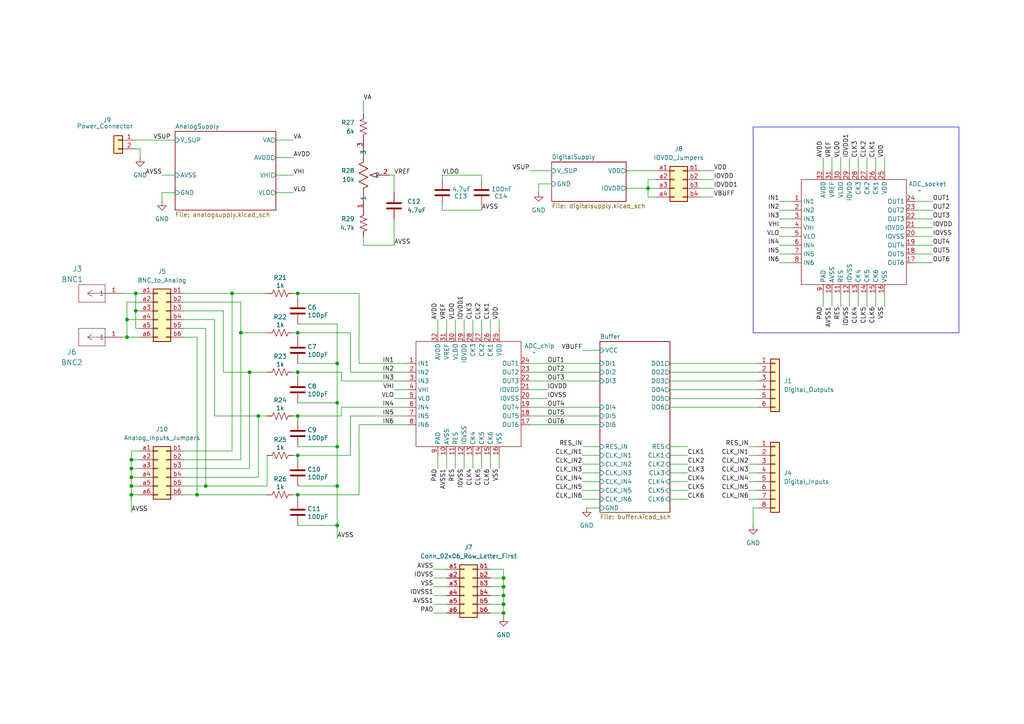
<source format=kicad_sch>
(kicad_sch (version 20231120) (generator "eeschema") (generator_version "8.0")
  (paper "A4")
  (lib_symbols
    (symbol "Connector_Generic:Conn_01x02" (pin_names (offset 1.016) hide)
      (property "Reference" "J" (at 0 2.54 0))
      (property "Value" "Conn_01x02" (at 0 -5.08 0))
      (symbol "Conn_01x02_1_1"
        (rectangle (start -1.27 -2.413) (end 0 -2.667) (stroke (width 0.1524)))
        (rectangle (start -1.27 0.127) (end 0 -0.127) (stroke (width 0.1524)))
        (rectangle (start -1.27 1.27) (end 1.27 -3.81) (stroke (width 0.254)) (fill (type background)))
        (pin passive line (at -5.08 0 0) (length 3.81) (name "Pin_1") (number "1"))
        (pin passive line (at -5.08 -2.54 0) (length 3.81) (name "Pin_2") (number "2"))
      )
    )
    (symbol "Connector_Generic:Conn_01x06" (pin_names (offset 1.016) hide)
      (property "Reference" "J" (at 0 7.62 0))
      (property "Value" "Conn_01x06" (at 0 -10.16 0))
      (symbol "Conn_01x06_1_1"
        (rectangle (start -1.27 -7.493) (end 0 -7.747) (stroke (width 0.1524)))
        (rectangle (start -1.27 -4.953) (end 0 -5.207) (stroke (width 0.1524)))
        (rectangle (start -1.27 -2.413) (end 0 -2.667) (stroke (width 0.1524)))
        (rectangle (start -1.27 0.127) (end 0 -0.127) (stroke (width 0.1524)))
        (rectangle (start -1.27 2.667) (end 0 2.413) (stroke (width 0.1524)))
        (rectangle (start -1.27 5.207) (end 0 4.953) (stroke (width 0.1524)))
        (rectangle (start -1.27 6.35) (end 1.27 -8.89) (stroke (width 0.254)) (fill (type background)))
        (pin passive line (at -5.08 5.08 0) (length 3.81) (name "Pin_1") (number "1"))
        (pin passive line (at -5.08 2.54 0) (length 3.81) (name "Pin_2") (number "2"))
        (pin passive line (at -5.08 0 0) (length 3.81) (name "Pin_3") (number "3"))
        (pin passive line (at -5.08 -2.54 0) (length 3.81) (name "Pin_4") (number "4"))
        (pin passive line (at -5.08 -5.08 0) (length 3.81) (name "Pin_5") (number "5"))
        (pin passive line (at -5.08 -7.62 0) (length 3.81) (name "Pin_6") (number "6"))
      )
    )
    (symbol "Connector_Generic:Conn_01x08" (pin_names (offset 1.016) hide)
      (property "Reference" "J" (at 0 10.16 0))
      (property "Value" "Conn_01x08" (at 0 -12.7 0))
      (symbol "Conn_01x08_1_1"
        (rectangle (start -1.27 -10.033) (end 0 -10.287) (stroke (width 0.1524)))
        (rectangle (start -1.27 -7.493) (end 0 -7.747) (stroke (width 0.1524)))
        (rectangle (start -1.27 -4.953) (end 0 -5.207) (stroke (width 0.1524)))
        (rectangle (start -1.27 -2.413) (end 0 -2.667) (stroke (width 0.1524)))
        (rectangle (start -1.27 0.127) (end 0 -0.127) (stroke (width 0.1524)))
        (rectangle (start -1.27 2.667) (end 0 2.413) (stroke (width 0.1524)))
        (rectangle (start -1.27 5.207) (end 0 4.953) (stroke (width 0.1524)))
        (rectangle (start -1.27 7.747) (end 0 7.493) (stroke (width 0.1524)))
        (rectangle (start -1.27 8.89) (end 1.27 -11.43) (stroke (width 0.254)) (fill (type background)))
        (pin passive line (at -5.08 7.62 0) (length 3.81) (name "Pin_1") (number "1"))
        (pin passive line (at -5.08 5.08 0) (length 3.81) (name "Pin_2") (number "2"))
        (pin passive line (at -5.08 2.54 0) (length 3.81) (name "Pin_3") (number "3"))
        (pin passive line (at -5.08 0 0) (length 3.81) (name "Pin_4") (number "4"))
        (pin passive line (at -5.08 -2.54 0) (length 3.81) (name "Pin_5") (number "5"))
        (pin passive line (at -5.08 -5.08 0) (length 3.81) (name "Pin_6") (number "6"))
        (pin passive line (at -5.08 -7.62 0) (length 3.81) (name "Pin_7") (number "7"))
        (pin passive line (at -5.08 -10.16 0) (length 3.81) (name "Pin_8") (number "8"))
      )
    )
    (symbol "Connector_Generic:Conn_02x04_Row_Letter_First" (pin_names (offset 1.016) hide)
      (property "Reference" "J" (at 1.27 5.08 0))
      (property "Value" "Conn_02x04_Row_Letter_First" (at 1.27 -7.62 0))
      (symbol "Conn_02x04_Row_Letter_First_1_1"
        (rectangle (start -1.27 -4.953) (end 0 -5.207) (stroke (width 0.1524)))
        (rectangle (start -1.27 -2.413) (end 0 -2.667) (stroke (width 0.1524)))
        (rectangle (start -1.27 0.127) (end 0 -0.127) (stroke (width 0.1524)))
        (rectangle (start -1.27 2.667) (end 0 2.413) (stroke (width 0.1524)))
        (rectangle (start -1.27 3.81) (end 3.81 -6.35) (stroke (width 0.254)) (fill (type background)))
        (rectangle (start 3.81 -4.953) (end 2.54 -5.207) (stroke (width 0.1524)))
        (rectangle (start 3.81 -2.413) (end 2.54 -2.667) (stroke (width 0.1524)))
        (rectangle (start 3.81 0.127) (end 2.54 -0.127) (stroke (width 0.1524)))
        (rectangle (start 3.81 2.667) (end 2.54 2.413) (stroke (width 0.1524)))
        (pin passive line (at -5.08 2.54 0) (length 3.81) (name "Pin_a1") (number "a1"))
        (pin passive line (at -5.08 0 0) (length 3.81) (name "Pin_a2") (number "a2"))
        (pin passive line (at -5.08 -2.54 0) (length 3.81) (name "Pin_a3") (number "a3"))
        (pin passive line (at -5.08 -5.08 0) (length 3.81) (name "Pin_a4") (number "a4"))
        (pin passive line (at 7.62 2.54 180) (length 3.81) (name "Pin_b1") (number "b1"))
        (pin passive line (at 7.62 0 180) (length 3.81) (name "Pin_b2") (number "b2"))
        (pin passive line (at 7.62 -2.54 180) (length 3.81) (name "Pin_b3") (number "b3"))
        (pin passive line (at 7.62 -5.08 180) (length 3.81) (name "Pin_b4") (number "b4"))
      )
    )
    (symbol "Connector_Generic:Conn_02x06_Row_Letter_First" (pin_names (offset 1.016) hide)
      (property "Reference" "J" (at 1.27 7.62 0))
      (property "Value" "Conn_02x06_Row_Letter_First" (at 1.27 -10.16 0))
      (symbol "Conn_02x06_Row_Letter_First_1_1"
        (rectangle (start -1.27 -7.493) (end 0 -7.747) (stroke (width 0.1524)))
        (rectangle (start -1.27 -4.953) (end 0 -5.207) (stroke (width 0.1524)))
        (rectangle (start -1.27 -2.413) (end 0 -2.667) (stroke (width 0.1524)))
        (rectangle (start -1.27 0.127) (end 0 -0.127) (stroke (width 0.1524)))
        (rectangle (start -1.27 2.667) (end 0 2.413) (stroke (width 0.1524)))
        (rectangle (start -1.27 5.207) (end 0 4.953) (stroke (width 0.1524)))
        (rectangle (start -1.27 6.35) (end 3.81 -8.89) (stroke (width 0.254)) (fill (type background)))
        (rectangle (start 3.81 -7.493) (end 2.54 -7.747) (stroke (width 0.1524)))
        (rectangle (start 3.81 -4.953) (end 2.54 -5.207) (stroke (width 0.1524)))
        (rectangle (start 3.81 -2.413) (end 2.54 -2.667) (stroke (width 0.1524)))
        (rectangle (start 3.81 0.127) (end 2.54 -0.127) (stroke (width 0.1524)))
        (rectangle (start 3.81 2.667) (end 2.54 2.413) (stroke (width 0.1524)))
        (rectangle (start 3.81 5.207) (end 2.54 4.953) (stroke (width 0.1524)))
        (pin passive line (at -5.08 5.08 0) (length 3.81) (name "Pin_a1") (number "a1"))
        (pin passive line (at -5.08 2.54 0) (length 3.81) (name "Pin_a2") (number "a2"))
        (pin passive line (at -5.08 0 0) (length 3.81) (name "Pin_a3") (number "a3"))
        (pin passive line (at -5.08 -2.54 0) (length 3.81) (name "Pin_a4") (number "a4"))
        (pin passive line (at -5.08 -5.08 0) (length 3.81) (name "Pin_a5") (number "a5"))
        (pin passive line (at -5.08 -7.62 0) (length 3.81) (name "Pin_a6") (number "a6"))
        (pin passive line (at 7.62 5.08 180) (length 3.81) (name "Pin_b1") (number "b1"))
        (pin passive line (at 7.62 2.54 180) (length 3.81) (name "Pin_b2") (number "b2"))
        (pin passive line (at 7.62 0 180) (length 3.81) (name "Pin_b3") (number "b3"))
        (pin passive line (at 7.62 -2.54 180) (length 3.81) (name "Pin_b4") (number "b4"))
        (pin passive line (at 7.62 -5.08 180) (length 3.81) (name "Pin_b5") (number "b5"))
        (pin passive line (at 7.62 -7.62 180) (length 3.81) (name "Pin_b6") (number "b6"))
      )
    )
    (symbol "Device:C" (pin_numbers hide) (pin_names (offset 0.254))
      (property "Reference" "C" (at 0.635 2.54 0))
      (property "Value" "C" (at 0.635 -2.54 0))
      (symbol "C_0_1"
        (polyline (pts (xy -2.032 -0.762) (xy 2.032 -0.762)) (stroke (width 0.508)))
        (polyline (pts (xy -2.032 0.762) (xy 2.032 0.762)) (stroke (width 0.508)))
      )
      (symbol "C_1_1"
        (pin passive line (at 0 3.81 270) (length 2.794) (name "~") (number "1"))
        (pin passive line (at 0 -3.81 90) (length 2.794) (name "~") (number "2"))
      )
    )
    (symbol "Device:R_US" (pin_numbers hide) (pin_names (offset 0))
      (property "Reference" "R" (at 2.54 0 90))
      (property "Value" "R_US" (at -2.54 0 90))
      (symbol "R_US_0_1"
        (polyline (pts (xy 0 -2.286) (xy 0 -2.54)))
        (polyline (pts (xy 0 2.286) (xy 0 2.54)))
        (polyline (pts (xy 0 -0.762) (xy 1.016 -1.143) (xy 0 -1.524) (xy -1.016 -1.905) (xy 0 -2.286)))
        (polyline (pts (xy 0 0.762) (xy 1.016 0.381) (xy 0 0) (xy -1.016 -0.381) (xy 0 -0.762)))
        (polyline (pts (xy 0 2.286) (xy 1.016 1.905) (xy 0 1.524) (xy -1.016 1.143) (xy 0 0.762)))
      )
      (symbol "R_US_1_1"
        (pin passive line (at 0 3.81 270) (length 1.27) (name "~") (number "1"))
        (pin passive line (at 0 -3.81 90) (length 1.27) (name "~") (number "2"))
      )
    )
    (symbol "bnc_mini:1274571-1" (pin_names (offset 0.254))
      (property "Reference" "J" (at 8.89 6.35 0))
      (property "Value" "1274571-1" (at 0 0 0))
      (symbol "1274571-1_1_1"
        (polyline (pts (xy 5.08 -2.54) (xy 12.7 -2.54)) (stroke (width 0.127)))
        (polyline (pts (xy 5.08 2.54) (xy 5.08 -2.54)) (stroke (width 0.127)))
        (polyline (pts (xy 10.16 0) (xy 5.08 0)) (stroke (width 0.127)))
        (polyline (pts (xy 10.16 0) (xy 8.89 -0.8467)) (stroke (width 0.127)))
        (polyline (pts (xy 10.16 0) (xy 8.89 0.8467)) (stroke (width 0.127)))
        (polyline (pts (xy 12.7 -2.54) (xy 12.7 2.54)) (stroke (width 0.127)))
        (polyline (pts (xy 12.7 2.54) (xy 5.08 2.54)) (stroke (width 0.127)))
        (pin unspecified line (at 0 0 0) (length 5.08) (name "1") (number "1"))
      )
    )
    (symbol "chip:Chip"
      (property "Reference" "Chip" (at 0 0 0))
      (symbol "Chip_0_1"
        (rectangle (start -15.24 15.24) (end 15.24 -15.24))
      )
      (symbol "Chip_1_1"
        (pin input line (at -17.78 8.89 0) (length 2.54) (name "IN1") (number "1"))
        (pin input line (at -6.35 -17.78 90) (length 2.54) (name "AVSS") (number "10"))
        (pin input line (at -3.81 -17.78 90) (length 2.54) (name "RES") (number "11"))
        (pin input line (at -1.27 -17.78 90) (length 2.54) (name "IOVSS") (number "12"))
        (pin input line (at 1.27 -17.78 90) (length 2.54) (name "CK4") (number "13"))
        (pin input line (at 3.81 -17.78 90) (length 2.54) (name "CK5") (number "14"))
        (pin input line (at 6.35 -17.78 90) (length 2.54) (name "CK6") (number "15"))
        (pin input line (at 8.89 -17.78 90) (length 2.54) (name "VSS") (number "16"))
        (pin output line (at 17.78 -8.89 180) (length 2.54) (name "OUT6") (number "17"))
        (pin output line (at 17.78 -6.35 180) (length 2.54) (name "OUT5") (number "18"))
        (pin output line (at 17.78 -3.81 180) (length 2.54) (name "OUT4") (number "19"))
        (pin input line (at -17.78 6.35 0) (length 2.54) (name "IN2") (number "2"))
        (pin input line (at 17.78 -1.27 180) (length 2.54) (name "IOVSS") (number "20"))
        (pin input line (at 17.78 1.27 180) (length 2.54) (name "IOVDD") (number "21"))
        (pin output line (at 17.78 3.81 180) (length 2.54) (name "OUT3") (number "22"))
        (pin output line (at 17.78 6.35 180) (length 2.54) (name "OUT2") (number "23"))
        (pin output line (at 17.78 8.89 180) (length 2.54) (name "OUT1") (number "24"))
        (pin input line (at 8.89 17.78 270) (length 2.54) (name "VDD") (number "25"))
        (pin input line (at 6.35 17.78 270) (length 2.54) (name "CK1") (number "26"))
        (pin input line (at 3.81 17.78 270) (length 2.54) (name "CK2") (number "27"))
        (pin input line (at 1.27 17.78 270) (length 2.54) (name "CK3") (number "28"))
        (pin input line (at -1.27 17.78 270) (length 2.54) (name "IOVDD") (number "29"))
        (pin input line (at -17.78 3.81 0) (length 2.54) (name "IN3") (number "3"))
        (pin output line (at -3.81 17.78 270) (length 2.54) (name "VLDO") (number "30"))
        (pin input line (at -6.35 17.78 270) (length 2.54) (name "VREF") (number "31"))
        (pin input line (at -8.89 17.78 270) (length 2.54) (name "AVDD") (number "32"))
        (pin input line (at -17.78 1.27 0) (length 2.54) (name "VHI") (number "4"))
        (pin input line (at -17.78 -1.27 0) (length 2.54) (name "VLO") (number "5"))
        (pin input line (at -17.78 -3.81 0) (length 2.54) (name "IN4") (number "6"))
        (pin input line (at -17.78 -6.35 0) (length 2.54) (name "IN5") (number "7"))
        (pin input line (at -17.78 -8.89 0) (length 2.54) (name "IN6") (number "8"))
        (pin unspecified line (at -8.89 -17.78 90) (length 2.54) (name "PAD") (number "9"))
      )
    )
    (symbol "pot10turn:PV37W103C01B00" (pin_names (offset 0.254))
      (property "Reference" "R" (at 10.795 -3.175 0))
      (property "Value" "PV37W103C01B00" (at 10.795 -6.35 0))
      (symbol "PV37W103C01B00_1_1"
        (polyline (pts (xy 2.54 0) (xy 6.35 0)) (stroke (width 0.2032)))
        (polyline (pts (xy 6.35 0) (xy 6.985 1.27)) (stroke (width 0.2032)))
        (polyline (pts (xy 6.985 1.27) (xy 8.255 -1.27)) (stroke (width 0.2032)))
        (polyline (pts (xy 8.255 -1.27) (xy 9.525 1.27)) (stroke (width 0.2032)))
        (polyline (pts (xy 9.525 1.27) (xy 10.795 -1.27)) (stroke (width 0.2032)))
        (polyline (pts (xy 9.525 3.81) (xy 10.16 1.905)) (stroke (width 0.2032)))
        (polyline (pts (xy 9.525 3.81) (xy 10.795 3.81)) (stroke (width 0.2032)))
        (polyline (pts (xy 10.16 3.81) (xy 10.16 5.08)) (stroke (width 0.2032)))
        (polyline (pts (xy 10.795 -1.27) (xy 12.065 1.27)) (stroke (width 0.2032)))
        (polyline (pts (xy 10.795 3.81) (xy 10.16 1.905)) (stroke (width 0.2032)))
        (polyline (pts (xy 12.065 1.27) (xy 13.335 -1.27)) (stroke (width 0.2032)))
        (polyline (pts (xy 13.335 -1.27) (xy 13.97 0)) (stroke (width 0.2032)))
        (polyline (pts (xy 13.97 0) (xy 17.78 0)) (stroke (width 0.2032)))
        (pin unspecified line (at 0 0 0) (length 2.54) (name "1") (number "1"))
        (pin unspecified line (at 10.16 7.62 270) (length 2.54) (name "2") (number "2"))
        (pin unspecified line (at 20.32 0 180) (length 2.54) (name "3") (number "3"))
      )
      (symbol "PV37W103C01B00_1_2"
        (polyline (pts (xy -3.81 -10.795) (xy -3.81 -9.525)) (stroke (width 0.2032)))
        (polyline (pts (xy -3.81 -10.795) (xy -1.905 -10.16)) (stroke (width 0.2032)))
        (polyline (pts (xy -3.81 -10.16) (xy -5.08 -10.16)) (stroke (width 0.2032)))
        (polyline (pts (xy -3.81 -9.525) (xy -1.905 -10.16)) (stroke (width 0.2032)))
        (polyline (pts (xy -1.27 -13.335) (xy 1.27 -12.065)) (stroke (width 0.2032)))
        (polyline (pts (xy -1.27 -10.795) (xy 1.27 -9.525)) (stroke (width 0.2032)))
        (polyline (pts (xy -1.27 -8.255) (xy 1.27 -6.985)) (stroke (width 0.2032)))
        (polyline (pts (xy 0 -17.78) (xy 0 -13.97)) (stroke (width 0.2032)))
        (polyline (pts (xy 0 -13.97) (xy -1.27 -13.335)) (stroke (width 0.2032)))
        (polyline (pts (xy 0 -6.35) (xy 0 -2.54)) (stroke (width 0.2032)))
        (polyline (pts (xy 1.27 -12.065) (xy -1.27 -10.795)) (stroke (width 0.2032)))
        (polyline (pts (xy 1.27 -9.525) (xy -1.27 -8.255)) (stroke (width 0.2032)))
        (polyline (pts (xy 1.27 -6.985) (xy 0 -6.35)) (stroke (width 0.2032)))
        (pin unspecified line (at 0 0 270) (length 2.54) (name "1") (number "1"))
        (pin unspecified line (at -7.62 -10.16 0) (length 2.54) (name "2") (number "2"))
        (pin unspecified line (at 0 -20.32 90) (length 2.54) (name "3") (number "3"))
      )
    )
    (symbol "power:GND" (power) (pin_numbers hide) (pin_names (offset 0) hide)
      (property "Value" "GND" (at 0 -3.81 0))
      (symbol "GND_0_1"
        (polyline (pts (xy 0 0) (xy 0 -1.27) (xy 1.27 -1.27) (xy 0 -2.54) (xy -1.27 -1.27) (xy 0 -1.27)))
      )
      (symbol "GND_1_1"
        (pin power_in line (at 0 0 270) (length 0) (name "~") (number "1"))
      )
    )
  )
  (junction (at 38.1 140.97))
  (junction (at 39.37 85.09))
  (junction (at 97.79 129.54))
  (junction (at 36.83 97.79))
  (junction (at 36.83 92.71))
  (junction (at 69.85 96.52))
  (junction (at 97.79 140.97))
  (junction (at 97.79 105.41))
  (junction (at 86.36 132.08))
  (junction (at 146.05 175.26))
  (junction (at 86.36 120.65))
  (junction (at 59.69 140.97))
  (junction (at 72.39 107.95))
  (junction (at 97.79 152.4))
  (junction (at 86.36 143.51))
  (junction (at 86.36 107.95))
  (junction (at 86.36 85.09))
  (junction (at 146.05 172.72))
  (junction (at 38.1 138.43))
  (junction (at 86.36 96.52))
  (junction (at 38.1 133.35))
  (junction (at 38.1 135.89))
  (junction (at 74.93 120.65))
  (junction (at 187.96 54.61))
  (junction (at 39.37 90.17))
  (junction (at 38.1 143.51))
  (junction (at 146.05 167.64))
  (junction (at 67.31 85.09))
  (junction (at 57.15 143.51))
  (junction (at 97.79 116.84))
  (junction (at 146.05 177.8))
  (junction (at 146.05 170.18))
  (wire (pts (xy 144.78 132.08) (xy 144.78 135.89)))
  (wire (pts (xy 85.09 107.95) (xy 86.36 107.95)))
  (wire (pts (xy 265.43 71.12) (xy 270.51 71.12)))
  (wire (pts (xy 86.36 132.08) (xy 86.36 133.35)))
  (wire (pts (xy 194.31 105.41) (xy 219.71 105.41)))
  (wire (pts (xy 77.47 132.08) (xy 77.47 140.97)))
  (wire (pts (xy 226.06 60.96) (xy 229.87 60.96)))
  (wire (pts (xy 36.83 87.63) (xy 36.83 92.71)))
  (wire (pts (xy 139.7 132.08) (xy 139.7 135.89)))
  (wire (pts (xy 125.73 170.18) (xy 129.54 170.18)))
  (wire (pts (xy 80.01 50.8) (xy 85.09 50.8)))
  (wire (pts (xy 85.09 96.52) (xy 86.36 96.52)))
  (wire (pts (xy 99.06 118.11) (xy 99.06 120.65)))
  (wire (pts (xy 226.06 71.12) (xy 229.87 71.12)))
  (wire (pts (xy 153.67 49.53) (xy 160.02 49.53)))
  (wire (pts (xy 38.1 135.89) (xy 40.64 135.89)))
  (wire (pts (xy 86.36 96.52) (xy 86.36 97.79)))
  (wire (pts (xy 74.93 120.65) (xy 74.93 138.43)))
  (wire (pts (xy 77.47 120.65) (xy 74.93 120.65)))
  (wire (pts (xy 101.6 132.08) (xy 86.36 132.08)))
  (wire (pts (xy 86.36 116.84) (xy 97.79 116.84)))
  (wire (pts (xy 64.77 107.95) (xy 72.39 107.95)))
  (wire (pts (xy 53.34 92.71) (xy 62.23 92.71)))
  (wire (pts (xy 104.14 105.41) (xy 104.14 85.09)))
  (wire (pts (xy 153.67 105.41) (xy 173.99 105.41)))
  (wire (pts (xy 146.05 165.1) (xy 146.05 167.64)))
  (wire (pts (xy 69.85 87.63) (xy 69.85 96.52)))
  (wire (pts (xy 146.05 167.64) (xy 146.05 170.18)))
  (wire (pts (xy 86.36 85.09) (xy 86.36 86.36)))
  (wire (pts (xy 199.39 132.08) (xy 194.31 132.08)))
  (wire (pts (xy 105.41 71.12) (xy 105.41 68.58)))
  (wire (pts (xy 118.11 107.95) (xy 101.6 107.95)))
  (wire (pts (xy 39.37 85.09) (xy 40.64 85.09)))
  (wire (pts (xy 265.43 73.66) (xy 270.51 73.66)))
  (wire (pts (xy 153.67 107.95) (xy 173.99 107.95)))
  (wire (pts (xy 153.67 110.49) (xy 173.99 110.49)))
  (wire (pts (xy 137.16 92.71) (xy 137.16 96.52)))
  (wire (pts (xy 114.3 55.88) (xy 114.3 50.8)))
  (wire (pts (xy 125.73 175.26) (xy 129.54 175.26)))
  (wire (pts (xy 127 132.08) (xy 127 135.89)))
  (wire (pts (xy 265.43 66.04) (xy 270.51 66.04)))
  (wire (pts (xy 168.91 129.54) (xy 173.99 129.54)))
  (wire (pts (xy 86.36 129.54) (xy 97.79 129.54)))
  (wire (pts (xy 241.3 85.09) (xy 241.3 88.9)))
  (wire (pts (xy 153.67 118.11) (xy 173.99 118.11)))
  (wire (pts (xy 226.06 63.5) (xy 229.87 63.5)))
  (wire (pts (xy 156.21 53.34) (xy 156.21 55.88)))
  (wire (pts (xy 158.75 115.57) (xy 153.67 115.57)))
  (wire (pts (xy 85.09 85.09) (xy 86.36 85.09)))
  (wire (pts (xy 118.11 110.49) (xy 99.06 110.49)))
  (wire (pts (xy 129.54 132.08) (xy 129.54 135.89)))
  (wire (pts (xy 77.47 107.95) (xy 72.39 107.95)))
  (wire (pts (xy 105.41 71.12) (xy 114.3 71.12)))
  (wire (pts (xy 85.09 132.08) (xy 86.36 132.08)))
  (wire (pts (xy 194.31 115.57) (xy 219.71 115.57)))
  (wire (pts (xy 265.43 63.5) (xy 270.51 63.5)))
  (wire (pts (xy 199.39 142.24) (xy 194.31 142.24)))
  (wire (pts (xy 77.47 96.52) (xy 69.85 96.52)))
  (wire (pts (xy 146.05 177.8) (xy 146.05 179.07)))
  (wire (pts (xy 137.16 132.08) (xy 137.16 135.89)))
  (wire (pts (xy 168.91 139.7) (xy 173.99 139.7)))
  (wire (pts (xy 38.1 143.51) (xy 40.64 143.51)))
  (wire (pts (xy 238.76 85.09) (xy 238.76 88.9)))
  (wire (pts (xy 99.06 120.65) (xy 86.36 120.65)))
  (wire (pts (xy 86.36 120.65) (xy 86.36 121.92)))
  (wire (pts (xy 53.34 90.17) (xy 64.77 90.17)))
  (wire (pts (xy 199.39 139.7) (xy 194.31 139.7)))
  (wire (pts (xy 256.54 85.09) (xy 256.54 88.9)))
  (wire (pts (xy 53.34 95.25) (xy 59.69 95.25)))
  (wire (pts (xy 254 45.72) (xy 254 49.53)))
  (wire (pts (xy 194.31 107.95) (xy 219.71 107.95)))
  (wire (pts (xy 128.27 60.96) (xy 139.7 60.96)))
  (wire (pts (xy 238.76 45.72) (xy 238.76 49.53)))
  (wire (pts (xy 199.39 137.16) (xy 194.31 137.16)))
  (wire (pts (xy 101.6 107.95) (xy 101.6 96.52)))
  (wire (pts (xy 38.1 138.43) (xy 38.1 140.97)))
  (wire (pts (xy 251.46 85.09) (xy 251.46 88.9)))
  (wire (pts (xy 99.06 107.95) (xy 86.36 107.95)))
  (wire (pts (xy 226.06 76.2) (xy 229.87 76.2)))
  (wire (pts (xy 127 92.71) (xy 127 96.52)))
  (wire (pts (xy 77.47 85.09) (xy 67.31 85.09)))
  (wire (pts (xy 246.38 45.72) (xy 246.38 49.53)))
  (wire (pts (xy 118.11 120.65) (xy 101.6 120.65)))
  (wire (pts (xy 46.99 55.88) (xy 46.99 58.42)))
  (wire (pts (xy 53.34 143.51) (xy 57.15 143.51)))
  (wire (pts (xy 128.27 50.8) (xy 128.27 52.07)))
  (wire (pts (xy 134.62 92.71) (xy 134.62 96.52)))
  (wire (pts (xy 168.91 144.78) (xy 173.99 144.78)))
  (wire (pts (xy 168.91 132.08) (xy 173.99 132.08)))
  (wire (pts (xy 217.17 132.08) (xy 219.71 132.08)))
  (wire (pts (xy 217.17 144.78) (xy 219.71 144.78)))
  (wire (pts (xy 160.02 53.34) (xy 156.21 53.34)))
  (wire (pts (xy 194.31 113.03) (xy 219.71 113.03)))
  (wire (pts (xy 241.3 45.72) (xy 241.3 49.53)))
  (wire (pts (xy 80.01 40.64) (xy 85.09 40.64)))
  (wire (pts (xy 226.06 73.66) (xy 229.87 73.66)))
  (wire (pts (xy 62.23 92.71) (xy 62.23 120.65)))
  (wire (pts (xy 86.36 143.51) (xy 86.36 144.78)))
  (wire (pts (xy 114.3 71.12) (xy 114.3 63.5)))
  (wire (pts (xy 254 85.09) (xy 254 88.9)))
  (wire (pts (xy 256.54 45.72) (xy 256.54 49.53)))
  (wire (pts (xy 99.06 110.49) (xy 99.06 107.95)))
  (wire (pts (xy 139.7 92.71) (xy 139.7 96.52)))
  (wire (pts (xy 265.43 76.2) (xy 270.51 76.2)))
  (wire (pts (xy 35.56 97.79) (xy 36.83 97.79)))
  (wire (pts (xy 217.17 139.7) (xy 219.71 139.7)))
  (wire (pts (xy 203.2 57.15) (xy 207.01 57.15)))
  (wire (pts (xy 46.99 50.8) (xy 50.8 50.8)))
  (wire (pts (xy 142.24 170.18) (xy 146.05 170.18)))
  (wire (pts (xy 168.91 101.6) (xy 173.99 101.6)))
  (wire (pts (xy 132.08 132.08) (xy 132.08 135.89)))
  (wire (pts (xy 104.14 143.51) (xy 86.36 143.51)))
  (wire (pts (xy 194.31 118.11) (xy 219.71 118.11)))
  (wire (pts (xy 142.24 177.8) (xy 146.05 177.8)))
  (wire (pts (xy 142.24 132.08) (xy 142.24 135.89)))
  (wire (pts (xy 153.67 113.03) (xy 158.75 113.03)))
  (wire (pts (xy 85.09 120.65) (xy 86.36 120.65)))
  (wire (pts (xy 190.5 54.61) (xy 187.96 54.61)))
  (wire (pts (xy 85.09 143.51) (xy 86.36 143.51)))
  (wire (pts (xy 39.37 95.25) (xy 39.37 90.17)))
  (wire (pts (xy 53.34 133.35) (xy 69.85 133.35)))
  (wire (pts (xy 86.36 107.95) (xy 86.36 109.22)))
  (wire (pts (xy 39.37 90.17) (xy 39.37 85.09)))
  (wire (pts (xy 86.36 140.97) (xy 97.79 140.97)))
  (wire (pts (xy 40.64 90.17) (xy 39.37 90.17)))
  (wire (pts (xy 38.1 140.97) (xy 38.1 143.51)))
  (wire (pts (xy 40.64 130.81) (xy 38.1 130.81)))
  (wire (pts (xy 128.27 60.96) (xy 128.27 59.69)))
  (wire (pts (xy 125.73 167.64) (xy 129.54 167.64)))
  (wire (pts (xy 118.11 118.11) (xy 99.06 118.11)))
  (wire (pts (xy 36.83 97.79) (xy 40.64 97.79)))
  (wire (pts (xy 168.91 134.62) (xy 173.99 134.62)))
  (wire (pts (xy 67.31 130.81) (xy 53.34 130.81)))
  (wire (pts (xy 142.24 172.72) (xy 146.05 172.72)))
  (wire (pts (xy 80.01 45.72) (xy 85.09 45.72)))
  (wire (pts (xy 105.41 29.21) (xy 105.41 33.02)))
  (wire (pts (xy 170.18 147.32) (xy 173.99 147.32)))
  (wire (pts (xy 139.7 60.96) (xy 139.7 59.69)))
  (wire (pts (xy 86.36 105.41) (xy 97.79 105.41)))
  (wire (pts (xy 114.3 113.03) (xy 118.11 113.03)))
  (wire (pts (xy 168.91 142.24) (xy 173.99 142.24)))
  (wire (pts (xy 74.93 138.43) (xy 53.34 138.43)))
  (wire (pts (xy 248.92 45.72) (xy 248.92 49.53)))
  (wire (pts (xy 38.1 133.35) (xy 40.64 133.35)))
  (wire (pts (xy 265.43 58.42) (xy 270.51 58.42)))
  (wire (pts (xy 86.36 85.09) (xy 104.14 85.09)))
  (wire (pts (xy 246.38 85.09) (xy 246.38 88.9)))
  (wire (pts (xy 38.1 135.89) (xy 38.1 138.43)))
  (wire (pts (xy 64.77 90.17) (xy 64.77 107.95)))
  (wire (pts (xy 217.17 129.54) (xy 219.71 129.54)))
  (wire (pts (xy 38.1 133.35) (xy 38.1 135.89)))
  (wire (pts (xy 125.73 172.72) (xy 129.54 172.72)))
  (wire (pts (xy 97.79 152.4) (xy 97.79 156.21)))
  (wire (pts (xy 243.84 45.72) (xy 243.84 49.53)))
  (wire (pts (xy 67.31 85.09) (xy 67.31 130.81)))
  (wire (pts (xy 86.36 152.4) (xy 97.79 152.4)))
  (wire (pts (xy 218.44 147.32) (xy 219.71 147.32)))
  (wire (pts (xy 104.14 105.41) (xy 118.11 105.41)))
  (wire (pts (xy 53.34 85.09) (xy 67.31 85.09)))
  (wire (pts (xy 199.39 144.78) (xy 194.31 144.78)))
  (wire (pts (xy 194.31 129.54) (xy 199.39 129.54)))
  (wire (pts (xy 104.14 123.19) (xy 118.11 123.19)))
  (wire (pts (xy 97.79 140.97) (xy 97.79 152.4)))
  (wire (pts (xy 72.39 107.95) (xy 72.39 135.89)))
  (wire (pts (xy 35.56 85.09) (xy 39.37 85.09)))
  (wire (pts (xy 142.24 165.1) (xy 146.05 165.1)))
  (wire (pts (xy 181.61 54.61) (xy 187.96 54.61)))
  (wire (pts (xy 38.1 138.43) (xy 40.64 138.43)))
  (wire (pts (xy 38.1 130.81) (xy 38.1 133.35)))
  (wire (pts (xy 203.2 54.61) (xy 207.01 54.61)))
  (wire (pts (xy 129.54 92.71) (xy 129.54 96.52)))
  (wire (pts (xy 62.23 120.65) (xy 74.93 120.65)))
  (wire (pts (xy 104.14 123.19) (xy 104.14 143.51)))
  (wire (pts (xy 139.7 50.8) (xy 139.7 52.07)))
  (wire (pts (xy 270.51 68.58) (xy 265.43 68.58)))
  (wire (pts (xy 144.78 92.71) (xy 144.78 96.52)))
  (wire (pts (xy 226.06 68.58) (xy 229.87 68.58)))
  (wire (pts (xy 38.1 143.51) (xy 38.1 148.59)))
  (wire (pts (xy 57.15 97.79) (xy 57.15 143.51)))
  (wire (pts (xy 59.69 95.25) (xy 59.69 140.97)))
  (wire (pts (xy 50.8 55.88) (xy 46.99 55.88)))
  (wire (pts (xy 86.36 96.52) (xy 101.6 96.52)))
  (wire (pts (xy 57.15 143.51) (xy 77.47 143.51)))
  (wire (pts (xy 142.24 175.26) (xy 146.05 175.26)))
  (wire (pts (xy 114.3 50.8) (xy 113.03 50.8)))
  (wire (pts (xy 36.83 92.71) (xy 40.64 92.71)))
  (wire (pts (xy 153.67 123.19) (xy 173.99 123.19)))
  (wire (pts (xy 181.61 49.53) (xy 190.5 49.53)))
  (wire (pts (xy 203.2 49.53) (xy 207.01 49.53)))
  (wire (pts (xy 190.5 57.15) (xy 187.96 57.15)))
  (wire (pts (xy 217.17 142.24) (xy 219.71 142.24)))
  (wire (pts (xy 39.37 40.64) (xy 50.8 40.64)))
  (wire (pts (xy 187.96 52.07) (xy 190.5 52.07)))
  (wire (pts (xy 194.31 110.49) (xy 219.71 110.49)))
  (wire (pts (xy 187.96 52.07) (xy 187.96 54.61)))
  (wire (pts (xy 132.08 92.71) (xy 132.08 96.52)))
  (wire (pts (xy 97.79 105.41) (xy 97.79 116.84)))
  (wire (pts (xy 217.17 137.16) (xy 219.71 137.16)))
  (wire (pts (xy 142.24 92.71) (xy 142.24 96.52)))
  (wire (pts (xy 38.1 140.97) (xy 40.64 140.97)))
  (wire (pts (xy 218.44 152.4) (xy 218.44 147.32)))
  (wire (pts (xy 243.84 85.09) (xy 243.84 88.9)))
  (wire (pts (xy 86.36 93.98) (xy 97.79 93.98)))
  (wire (pts (xy 97.79 93.98) (xy 97.79 105.41)))
  (wire (pts (xy 187.96 54.61) (xy 187.96 57.15)))
  (wire (pts (xy 146.05 172.72) (xy 146.05 175.26)))
  (wire (pts (xy 72.39 135.89) (xy 53.34 135.89)))
  (wire (pts (xy 248.92 85.09) (xy 248.92 88.9)))
  (wire (pts (xy 142.24 167.64) (xy 146.05 167.64)))
  (wire (pts (xy 97.79 129.54) (xy 97.79 140.97)))
  (wire (pts (xy 203.2 52.07) (xy 207.01 52.07)))
  (wire (pts (xy 251.46 45.72) (xy 251.46 49.53)))
  (wire (pts (xy 53.34 97.79) (xy 57.15 97.79)))
  (wire (pts (xy 114.3 115.57) (xy 118.11 115.57)))
  (wire (pts (xy 53.34 87.63) (xy 69.85 87.63)))
  (wire (pts (xy 39.37 43.18) (xy 40.64 43.18)))
  (wire (pts (xy 77.47 140.97) (xy 59.69 140.97)))
  (wire (pts (xy 217.17 134.62) (xy 219.71 134.62)))
  (wire (pts (xy 146.05 175.26) (xy 146.05 177.8)))
  (wire (pts (xy 153.67 120.65) (xy 173.99 120.65)))
  (wire (pts (xy 36.83 92.71) (xy 36.83 97.79)))
  (wire (pts (xy 226.06 66.04) (xy 229.87 66.04)))
  (wire (pts (xy 69.85 96.52) (xy 69.85 133.35)))
  (wire (pts (xy 101.6 120.65) (xy 101.6 132.08)))
  (wire (pts (xy 40.64 43.18) (xy 40.64 45.72)))
  (wire (pts (xy 168.91 137.16) (xy 173.99 137.16)))
  (wire (pts (xy 40.64 87.63) (xy 36.83 87.63)))
  (wire (pts (xy 265.43 60.96) (xy 270.51 60.96)))
  (wire (pts (xy 125.73 165.1) (xy 129.54 165.1)))
  (wire (pts (xy 146.05 170.18) (xy 146.05 172.72)))
  (wire (pts (xy 59.69 140.97) (xy 53.34 140.97)))
  (wire (pts (xy 199.39 134.62) (xy 194.31 134.62)))
  (wire (pts (xy 226.06 58.42) (xy 229.87 58.42)))
  (wire (pts (xy 40.64 95.25) (xy 39.37 95.25)))
  (wire (pts (xy 125.73 177.8) (xy 129.54 177.8)))
  (wire (pts (xy 128.27 50.8) (xy 139.7 50.8)))
  (wire (pts (xy 97.79 116.84) (xy 97.79 129.54)))
  (wire (pts (xy 80.01 55.88) (xy 85.09 55.88)))
  (wire (pts (xy 134.62 132.08) (xy 134.62 135.89)))
  (rectangle (start 218.44 36.83) (end 278.13 96.52))
  (label "CLK3" (at 248.92 45.72 90))
  (label "VREF" (at 129.54 92.71 90))
  (label "IOVSS" (at 246.38 88.9 270))
  (label "AVSS1" (at 125.73 175.26 180))
  (label "OUT2" (at 158.75 107.95 0))
  (label "VDD" (at 256.54 45.72 90))
  (label "CLK_IN3" (at 168.91 137.16 180))
  (label "VLDO" (at 132.08 92.71 90))
  (label "CLK_IN6" (at 168.91 144.78 180))
  (label "CLK5" (at 199.39 142.24 0))
  (label "IN1" (at 226.06 58.42 180))
  (label "CLK_IN3" (at 217.17 137.16 180))
  (label "IOVDD" (at 270.51 66.04 0))
  (label "OUT3" (at 270.51 63.5 0))
  (label "VLO" (at 226.06 68.58 180))
  (label "OUT1" (at 270.51 58.42 0))
  (label "CLK_IN2" (at 217.17 134.62 180))
  (label "CLK5" (at 139.7 135.89 270))
  (label "CLK1" (at 199.39 132.08 0))
  (label "IN3" (at 226.06 63.5 180))
  (label "VBUFF" (at 168.91 101.6 180))
  (label "CLK_IN4" (at 168.91 139.7 180))
  (label "VLDO" (at 128.27 50.8 0))
  (label "RES_IN" (at 217.17 129.54 180))
  (label "AVDD" (at 127 92.71 90))
  (label "CLK_IN4" (at 217.17 139.7 180))
  (label "VDD" (at 144.78 92.71 90))
  (label "CLK4" (at 199.39 139.7 0))
  (label "OUT6" (at 270.51 76.2 0))
  (label "OUT6" (at 158.75 123.19 0))
  (label "VSS" (at 256.54 88.9 270))
  (label "CLK6" (at 254 88.9 270))
  (label "IOVSS1" (at 125.73 172.72 180))
  (label "CLK6" (at 199.39 144.78 0))
  (label "VHI" (at 114.3 113.03 180))
  (label "IOVDD1" (at 246.38 45.72 90))
  (label "AVDD" (at 85.09 45.72 0))
  (label "VLO" (at 85.09 55.88 0))
  (label "IOVSS" (at 125.73 167.64 180))
  (label "VDD" (at 207.01 49.53 0))
  (label "CLK_IN2" (at 168.91 134.62 180))
  (label "IN5" (at 114.3 120.65 180))
  (label "AVSS" (at 114.3 71.12 0))
  (label "CLK2" (at 199.39 134.62 0))
  (label "PAD" (at 238.76 88.9 270))
  (label "CLK5" (at 251.46 88.9 270))
  (label "AVDD" (at 238.76 45.72 90))
  (label "VSUP" (at 44.45 40.64 0))
  (label "IN6" (at 114.3 123.19 180))
  (label "AVSS1" (at 241.3 88.9 270))
  (label "IN1" (at 114.3 105.41 180))
  (label "VREF" (at 241.3 45.72 90))
  (label "AVSS1" (at 129.54 135.89 270))
  (label "CLK3" (at 199.39 137.16 0))
  (label "AVSS" (at 97.79 156.21 0))
  (label "IN2" (at 226.06 60.96 180))
  (label "IN4" (at 226.06 71.12 180))
  (label "VBUFF" (at 207.01 57.15 0))
  (label "IOVDD" (at 207.01 52.07 0))
  (label "AVSS" (at 125.73 165.1 180))
  (label "OUT4" (at 270.51 71.12 0))
  (label "CLK_IN5" (at 217.17 142.24 180))
  (label "CLK6" (at 142.24 135.89 270))
  (label "OUT5" (at 270.51 73.66 0))
  (label "CLK_IN5" (at 168.91 142.24 180))
  (label "IOVSS" (at 270.51 68.58 0))
  (label "PAD" (at 125.73 177.8 180))
  (label "VLO" (at 114.3 115.57 180))
  (label "CLK1" (at 142.24 92.71 90))
  (label "PAD" (at 127 135.89 270))
  (label "CLK2" (at 139.7 92.71 90))
  (label "IOVSS" (at 134.62 135.89 270))
  (label "OUT1" (at 158.75 105.41 0))
  (label "CLK3" (at 137.16 92.71 90))
  (label "OUT3" (at 158.75 110.49 0))
  (label "VHI" (at 226.06 66.04 180))
  (label "VLDO" (at 243.84 45.72 90))
  (label "CLK4" (at 248.92 88.9 270))
  (label "OUT5" (at 158.75 120.65 0))
  (label "CLK_IN1" (at 217.17 132.08 180))
  (label "CLK_IN1" (at 168.91 132.08 180))
  (label "CLK2" (at 251.46 45.72 90))
  (label "IN4" (at 114.3 118.11 180))
  (label "IN6" (at 226.06 76.2 180))
  (label "IOVDD" (at 158.75 113.03 0))
  (label "VA" (at 105.41 29.21 0))
  (label "IN2" (at 114.3 107.95 180))
  (label "RES" (at 243.84 88.9 270))
  (label "RES" (at 132.08 135.89 270))
  (label "AVSS" (at 38.1 148.59 0))
  (label "AVSS" (at 46.99 50.8 180))
  (label "VHI" (at 85.09 50.8 0))
  (label "IOVDD1" (at 207.01 54.61 0))
  (label "VSS" (at 125.73 170.18 180))
  (label "OUT2" (at 270.51 60.96 0))
  (label "IN5" (at 226.06 73.66 180))
  (label "VSS" (at 144.78 135.89 270))
  (label "CLK_IN6" (at 217.17 144.78 180))
  (label "OUT4" (at 158.75 118.11 0))
  (label "VA" (at 85.09 40.64 0))
  (label "IOVDD1" (at 134.62 92.71 90))
  (label "CLK4" (at 137.16 135.89 270))
  (label "VREF" (at 114.3 50.8 0))
  (label "VSUP" (at 153.67 49.53 180))
  (label "IN3" (at 114.3 110.49 180))
  (label "AVSS" (at 139.7 60.96 0))
  (label "CLK1" (at 254 45.72 90))
  (label "RES_IN" (at 168.91 129.54 180))
  (label "IOVSS" (at 158.75 115.57 0))
  (symbol (lib_id "chip:Chip") (at 135.89 114.3 0) (unit 1)
    (property "Reference" "ADC_chip" (at 156.464 100.33 0))
    (property "Value" "~" (at 154.94 102.2665 0))
  )
  (symbol (lib_id "Device:R_US") (at 105.41 36.83 0) (mirror y) (unit 1)
    (property "Reference" "R27" (at 102.87 35.5599 0) (effects (justify left)))
    (property "Value" "6k" (at 102.87 38.0999 0) (effects (justify left)))
    (property "Description" "Resistor, US symbol" (effects (hide yes)))
  )
  (symbol (lib_id "Device:C") (at 86.36 90.17 0) (unit 1)
    (property "Reference" "C6" (at 89.154 89.154 0) (effects (justify left)))
    (property "Value" "100pF" (at 89.154 91.44 0) (effects (justify left)))
    (property "Description" "Unpolarized capacitor" (effects (hide yes)))
  )
  (symbol (lib_id "Device:C") (at 86.36 148.59 0) (unit 1)
    (property "Reference" "C11" (at 89.154 147.574 0) (effects (justify left)))
    (property "Value" "100pF" (at 89.154 149.86 0) (effects (justify left)))
    (property "Description" "Unpolarized capacitor" (effects (hide yes)))
  )
  (symbol (lib_id "Device:C") (at 114.3 59.69 0) (unit 1)
    (property "Reference" "C12" (at 118.11 58.4199 0) (effects (justify left)))
    (property "Value" "4.7uF" (at 118.11 60.9599 0) (effects (justify left)))
    (property "Description" "Unpolarized capacitor" (effects (hide yes)))
  )
  (symbol (lib_id "power:GND") (at 146.05 179.07 0) (unit 1)
    (property "Reference" "#PWR01" (effects (hide yes)))
    (property "Value" "GND" (at 146.05 184.15 0))
    (property "Description" "Power symbol creates a global label with name \"GND\" , ground" (effects (hide yes)))
  )
  (symbol (lib_id "Device:C") (at 128.27 55.88 0) (unit 1)
    (property "Reference" "C13" (at 133.604 56.896 0))
    (property "Value" "4.7uF" (at 133.858 54.864 0))
    (property "Description" "Unpolarized capacitor" (effects (hide yes)))
  )
  (symbol (lib_id "Connector_Generic:Conn_02x04_Row_Letter_First") (at 195.58 52.07 0) (unit 1)
    (property "Reference" "J8" (at 196.85 43.18 0))
    (property "Value" "IOVDD_Jumpers" (at 196.85 45.72 0))
    (property "Description" "Generic connector, double row, 02x04, row letter first pin numbering scheme (pin number consists of a letter for the row and a number for the pin index in this row. a1, ..., aN; b1, ..., bN), script generated (kicad-library-utils/schlib/autogen/connector/)" (effects (hide yes)))
  )
  (symbol (lib_id "Device:R_US") (at 81.28 120.65 90) (unit 1)
    (property "Reference" "R24" (at 81.28 116.078 90))
    (property "Value" "1k" (at 81.28 118.364 90))
    (property "Description" "Resistor, US symbol" (effects (hide yes)))
  )
  (symbol (lib_id "power:GND") (at 40.64 45.72 0) (unit 1)
    (property "Reference" "#PWR06" (effects (hide yes)))
    (property "Value" "GND" (at 40.64 50.8 0))
    (property "Description" "Power symbol creates a global label with name \"GND\" , ground" (effects (hide yes)))
  )
  (symbol (lib_id "Connector_Generic:Conn_01x02") (at 34.29 40.64 0) (mirror y) (unit 1)
    (property "Reference" "J9" (at 32.258 34.798 0) (effects (justify left)))
    (property "Value" "Power_Connector" (at 38.608 36.576 0) (effects (justify left)))
    (property "Description" "Generic connector, single row, 01x02, script generated (kicad-library-utils/schlib/autogen/connector/)" (effects (hide yes)))
  )
  (symbol (lib_id "Device:C") (at 139.7 55.88 0) (unit 1)
    (property "Reference" "C14" (at 145.288 56.896 0))
    (property "Value" "100nF" (at 145.542 54.864 0))
    (property "Description" "Unpolarized capacitor" (effects (hide yes)))
  )
  (symbol (lib_id "Device:C") (at 86.36 137.16 0) (unit 1)
    (property "Reference" "C10" (at 89.154 136.144 0) (effects (justify left)))
    (property "Value" "100pF" (at 89.154 138.43 0) (effects (justify left)))
    (property "Description" "Unpolarized capacitor" (effects (hide yes)))
  )
  (symbol (lib_id "pot10turn:PV37W103C01B00") (at 105.41 60.96 270) (mirror x) (unit 1)
    (property "Reference" "R28" (at 102.87 49.5299 90) (effects (justify right)))
    (property "Value" "10k" (at 102.87 52.0699 90) (effects (justify right)))
    (property "Footprint" "POT_PV37W_MUR" (effects (hide yes)))
    (property "Datasheet" "PV37W103C01B00" (effects (hide yes)))
  )
  (symbol (lib_id "bnc_mini:1274571-1") (at 35.56 97.79 0) (mirror y) (unit 1)
    (property "Reference" "J6" (at 20.828 102.108 0) (effects (font (size 1.524 1.524))))
    (property "Value" "BNC2" (at 20.828 105.156 0) (effects (font (size 1.524 1.524))))
    (property "Footprint" "CONN_1274571-1_TYCO" (effects (hide yes)))
    (property "Datasheet" "1274571-1" (effects (hide yes)))
  )
  (symbol (lib_id "Device:R_US") (at 81.28 132.08 90) (unit 1)
    (property "Reference" "R25" (at 81.28 127.508 90))
    (property "Value" "1k" (at 81.28 129.794 90))
    (property "Description" "Resistor, US symbol" (effects (hide yes)))
  )
  (symbol (lib_id "Device:C") (at 86.36 125.73 0) (unit 1)
    (property "Reference" "C9" (at 89.154 124.714 0) (effects (justify left)))
    (property "Value" "100pF" (at 89.154 127 0) (effects (justify left)))
    (property "Description" "Unpolarized capacitor" (effects (hide yes)))
  )
  (symbol (lib_id "Device:R_US") (at 105.41 64.77 0) (mirror y) (unit 1)
    (property "Reference" "R29" (at 102.87 63.4999 0) (effects (justify left)))
    (property "Value" "4.7k" (at 102.87 66.0399 0) (effects (justify left)))
    (property "Description" "Resistor, US symbol" (effects (hide yes)))
  )
  (symbol (lib_id "Connector_Generic:Conn_01x06") (at 224.79 110.49 0) (unit 1)
    (property "Reference" "J1" (at 227.33 110.4899 0) (effects (justify left)))
    (property "Value" "Digital_Outputs" (at 227.33 113.0299 0) (effects (justify left)))
    (property "Description" "Generic connector, single row, 01x06, script generated (kicad-library-utils/schlib/autogen/connector/)" (effects (hide yes)))
  )
  (symbol (lib_id "Connector_Generic:Conn_01x08") (at 224.79 137.16 0) (unit 1)
    (property "Reference" "J4" (at 227.33 137.1599 0) (effects (justify left)))
    (property "Value" "Digital_Inputs" (at 227.33 139.6999 0) (effects (justify left)))
    (property "Description" "Generic connector, single row, 01x08, script generated (kicad-library-utils/schlib/autogen/connector/)" (effects (hide yes)))
  )
  (symbol (lib_id "Device:R_US") (at 81.28 107.95 90) (unit 1)
    (property "Reference" "R23" (at 81.28 103.378 90))
    (property "Value" "1k" (at 81.28 105.664 90))
    (property "Description" "Resistor, US symbol" (effects (hide yes)))
  )
  (symbol (lib_id "Device:R_US") (at 81.28 85.09 90) (unit 1)
    (property "Reference" "R21" (at 81.28 80.518 90))
    (property "Value" "1k" (at 81.28 82.804 90))
    (property "Description" "Resistor, US symbol" (effects (hide yes)))
  )
  (symbol (lib_id "power:GND") (at 170.18 147.32 0) (unit 1)
    (property "Reference" "#PWR02" (effects (hide yes)))
    (property "Value" "GND" (at 170.18 152.4 0))
    (property "Description" "Power symbol creates a global label with name \"GND\" , ground" (effects (hide yes)))
  )
  (symbol (lib_id "power:GND") (at 218.44 152.4 0) (unit 1)
    (property "Reference" "#PWR03" (effects (hide yes)))
    (property "Value" "GND" (at 218.44 157.48 0))
    (property "Description" "Power symbol creates a global label with name \"GND\" , ground" (effects (hide yes)))
  )
  (symbol (lib_id "power:GND") (at 46.99 58.42 0) (unit 1)
    (property "Reference" "#PWR05" (effects (hide yes)))
    (property "Value" "GND" (at 46.99 63.5 0))
    (property "Description" "Power symbol creates a global label with name \"GND\" , ground" (effects (hide yes)))
  )
  (symbol (lib_id "Connector_Generic:Conn_02x06_Row_Letter_First") (at 45.72 135.89 0) (unit 1)
    (property "Reference" "J10" (at 46.99 124.46 0))
    (property "Value" "Analog_Inputs_Jumpers" (at 46.99 127 0))
    (property "Description" "Generic connector, double row, 02x06, row letter first pin numbering scheme (pin number consists of a letter for the row and a number for the pin index in this row. a1, ..., aN; b1, ..., bN), script generated (kicad-library-utils/schlib/autogen/connector/)" (effects (hide yes)))
  )
  (symbol (lib_id "Device:R_US") (at 81.28 96.52 90) (unit 1)
    (property "Reference" "R22" (at 81.28 91.948 90))
    (property "Value" "1k" (at 81.28 94.234 90))
    (property "Description" "Resistor, US symbol" (effects (hide yes)))
  )
  (symbol (lib_id "Connector_Generic:Conn_02x06_Row_Letter_First") (at 45.72 90.17 0) (unit 1)
    (property "Reference" "J5" (at 46.99 78.74 0))
    (property "Value" "BNC_to_Analog" (at 46.99 81.28 0))
    (property "Description" "Generic connector, double row, 02x06, row letter first pin numbering scheme (pin number consists of a letter for the row and a number for the pin index in this row. a1, ..., aN; b1, ..., bN), script generated (kicad-library-utils/schlib/autogen/connector/)" (effects (hide yes)))
  )
  (symbol (lib_id "power:GND") (at 156.21 55.88 0) (unit 1)
    (property "Reference" "#PWR04" (effects (hide yes)))
    (property "Value" "GND" (at 156.21 60.96 0))
    (property "Description" "Power symbol creates a global label with name \"GND\" , ground" (effects (hide yes)))
  )
  (symbol (lib_id "bnc_mini:1274571-1") (at 35.56 85.09 0) (mirror y) (unit 1)
    (property "Reference" "J3" (at 23.876 77.978 0) (effects (font (size 1.524 1.524)) (justify left)))
    (property "Value" "BNC1" (at 24.13 81.026 0) (effects (font (size 1.524 1.524)) (justify left)))
    (property "Footprint" "CONN_1274571-1_TYCO" (effects (hide yes)))
    (property "Datasheet" "1274571-1" (effects (hide yes)))
  )
  (symbol (lib_id "Device:C") (at 86.36 113.03 0) (unit 1)
    (property "Reference" "C8" (at 89.154 112.014 0) (effects (justify left)))
    (property "Value" "100pF" (at 89.154 114.3 0) (effects (justify left)))
    (property "Description" "Unpolarized capacitor" (effects (hide yes)))
  )
  (symbol (lib_id "Connector_Generic:Conn_02x06_Row_Letter_First") (at 134.62 170.18 0) (unit 1)
    (property "Reference" "J7" (at 135.89 158.75 0))
    (property "Value" "Conn_02x06_Row_Letter_First" (at 135.89 161.29 0))
    (property "Description" "Generic connector, double row, 02x06, row letter first pin numbering scheme (pin number consists of a letter for the row and a number for the pin index in this row. a1, ..., aN; b1, ..., bN), script generated (kicad-library-utils/schlib/autogen/connector/)" (effects (hide yes)))
  )
  (symbol (lib_id "chip:Chip") (at 247.65 67.31 0) (unit 1)
    (property "Reference" "ADC_socket" (at 268.986 53.34 0))
    (property "Value" "~" (at 266.7 55.2765 0))
    (property "Footprint" "Package_DIP:DIP-32_W15.24mm_Socket" (effects (hide yes)))
  )
  (symbol (lib_id "Device:C") (at 86.36 101.6 0) (unit 1)
    (property "Reference" "C7" (at 89.154 100.584 0) (effects (justify left)))
    (property "Value" "100pF" (at 89.154 102.87 0) (effects (justify left)))
    (property "Description" "Unpolarized capacitor" (effects (hide yes)))
  )
  (symbol (lib_id "Device:R_US") (at 81.28 143.51 90) (unit 1)
    (property "Reference" "R26" (at 81.28 138.938 90))
    (property "Value" "1k" (at 81.28 141.224 90))
    (property "Description" "Resistor, US symbol" (effects (hide yes)))
  )
  (sheet (at 173.99 99.06) (size 20.32 49.53) (stroke (width 0.1524))
    (property "Sheetname" "Buffer" (at 173.99 98.3484 0) (effects (justify left bottom)))
    (property "Sheetfile" "buffer.kicad_sch" (at 173.99 149.1746 0) (effects (justify left top)))
    (pin "DI5" input (at 173.99 120.65 180))
    (pin "DI6" input (at 173.99 123.19 180))
    (pin "DI4" input (at 173.99 118.11 180))
    (pin "DI2" input (at 173.99 107.95 180))
    (pin "DI3" input (at 173.99 110.49 180))
    (pin "DI1" input (at 173.99 105.41 180))
    (pin "GND" input (at 173.99 147.32 180))
    (pin "VCC" input (at 173.99 101.6 180))
    (pin "DO1" output (at 194.31 105.41 0))
    (pin "DO4" output (at 194.31 113.03 0))
    (pin "DO2" output (at 194.31 107.95 0))
    (pin "DO3" output (at 194.31 110.49 0))
    (pin "DO5" output (at 194.31 115.57 0))
    (pin "DO6" output (at 194.31 118.11 0))
    (pin "CLK_IN3" input (at 173.99 137.16 180))
    (pin "CLK_IN4" input (at 173.99 139.7 180))
    (pin "CLK_IN5" input (at 173.99 142.24 180))
    (pin "CLK_IN6" input (at 173.99 144.78 180))
    (pin "CLK_IN2" input (at 173.99 134.62 180))
    (pin "CLK_IN1" input (at 173.99 132.08 180))
    (pin "RES_IN" input (at 173.99 129.54 180))
    (pin "RES" input (at 194.31 129.54 0))
    (pin "CLK1" input (at 194.31 132.08 0))
    (pin "CLK6" input (at 194.31 144.78 0))
    (pin "CLK2" input (at 194.31 134.62 0))
    (pin "CLk3" input (at 194.31 137.16 0))
    (pin "CLK4" input (at 194.31 139.7 0))
    (pin "CLK5" input (at 194.31 142.24 0))
  )
  (sheet (at 50.8 38.1) (size 29.21 22.86) (stroke (width 0.1524))
    (property "Sheetname" "AnalogSupply" (at 50.8 37.3884 0) (effects (justify left bottom)))
    (property "Sheetfile" "analogsupply.kicad_sch" (at 50.8 61.5446 0) (effects (justify left top)))
    (pin "V_SUP" input (at 50.8 40.64 180))
    (pin "VA" output (at 80.01 40.64 0))
    (pin "GND" input (at 50.8 55.88 180))
    (pin "AVSS" input (at 50.8 50.8 180))
    (pin "AVDD" output (at 80.01 45.72 0))
    (pin "VLO" output (at 80.01 55.88 0))
    (pin "VHI" output (at 80.01 50.8 0))
  )
  (sheet (at 160.02 46.99) (size 21.59 11.43) (stroke (width 0.1524))
    (property "Sheetname" "DigitalSupply" (at 160.02 46.2784 0) (effects (justify left bottom)))
    (property "Sheetfile" "digitalsupply.kicad_sch" (at 160.02 59.0046 0) (effects (justify left top)))
    (pin "VDD" output (at 181.61 49.53 0))
    (pin "IOVDD" output (at 181.61 54.61 0))
    (pin "GND" input (at 160.02 53.34 180))
    (pin "V_SUP" input (at 160.02 49.53 180))
  )
)
</source>
